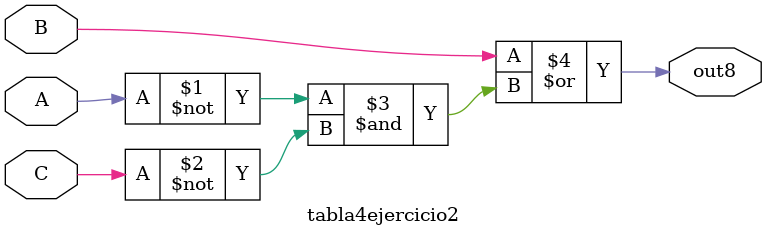
<source format=v>


module tabla1ejercicio1(input wire A,B,C, output wire out1);
  wire   wa,wb,wc,s1,s2,s3,s4,s5;

  not n1(wa,A);
  not n2(wb,B);
  not n3(wc,C);

  and a1(s1,wa,wc);
  and a2(s2,wc,wb);
  and a3(s3,A,C);
  and a4(s4,A,wb);

  or or1(out1,s1,s2,s3,s4);
endmodule

module tabla2ejercicio1(input wire A,B,C, output wire out2);
  wire wa,wb,wc,s5,s6 ;

  not n1(wa,A);
  not n2(wb,B);
  not n3(wc,C);

  and a5(s5,wb,wc);
  and a6(s6,A,wb);

  or or2(out2,s5,s6);
endmodule

module tabla3ejercicio1(input wire A,B,C,D, output wire out3);
  wire  wa,wb,wc,wd,s7,s8,s9,s10,s11,s12,s13,s14;

  not n1(wa,A);
  not n2(wb,B);
  not n3(wc,C);
  not n4(wd,D);

  and a7(s7,wa,wb,wc,wd);
  and a8(s8,A,B,wc,wd);
  and a9(s9,A,wb,C,wd);
  and a10(s10,wa,B,C,wd);
  and a11(s11,wa,wb,C,D);
  and a12(s12,A,B,C,D);
  and a13(s13,A,wb,wc,D);
  and a14(s14,wa,B,wc,D);

  or or3(out3,s7,s8,s9,s10,s12,s13,s14);
endmodule

module  tabla4ejercicio1(input wire A,B,C,D, output wire out4);

  wire wa,wb,wc,wd,s15,s16,s17,s18 ;

  not n1(wa,A);
  not n2(wb,B);
  not n3(wc,C);
  not n4(wd,D);

  and a15(s15,A,wc,wd);
  and a16(s16,A,B);
  and a17(s17,A,C,D);

  or or4(out4,s15,s16,s17);

endmodule

module tabla1ejercicio2(input wire A,B,C,D, output wire out5);
  assign out5=(A & ~B)|(~B & ~C & ~D) |(A & !D) | (A & ~C & D);
endmodule

module tabla2ejercicio2(input wire A,B,C, output wire out6 );
  assign out6=!B | C;
endmodule

module tabla3ejercicio2(input wire A,B,C,D, output wire out7 );
  assign out7=(~A & ~B)|(A)|(A & ~B);
endmodule

module tabla4ejercicio2(input wire A,B,C, output wire out8 );
  assign out8=(B)|(~A & ~C);
endmodule

</source>
